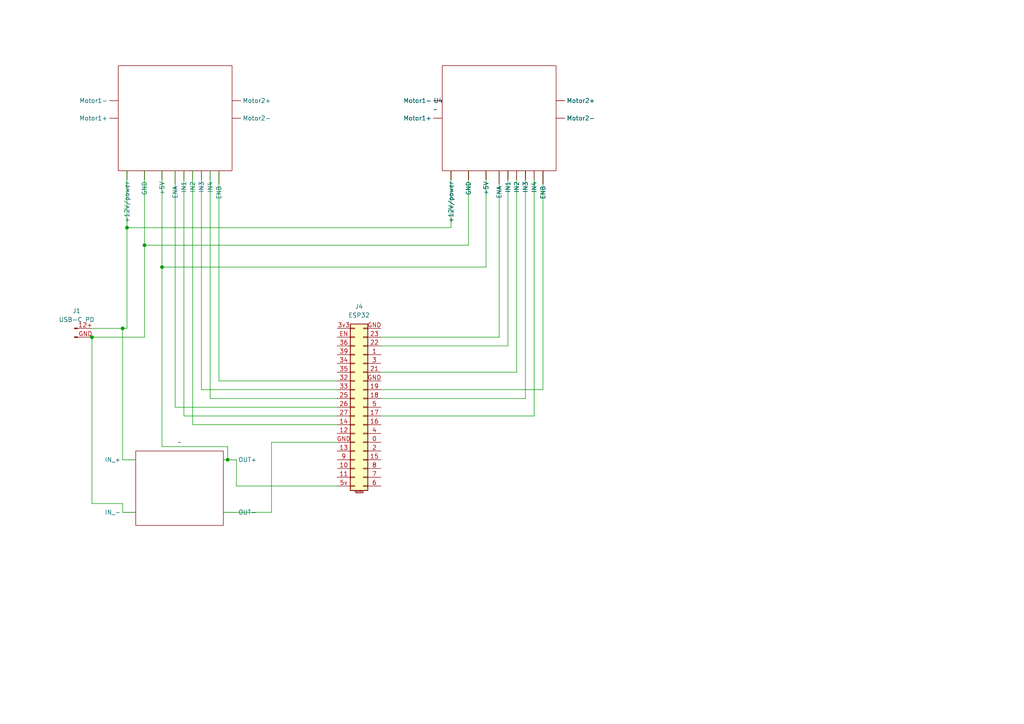
<source format=kicad_sch>
(kicad_sch (version 20250114) (generator "eeschema") (generator_version "9.0")
  (paper "A4")
  (lib_symbols
    (symbol "Connector:Conn_01x02_Pin" (pin_names (offset 1.016) (hide yes))
      (property "Reference" "J1" (at 0.635 5.08 0))
      (property "Value" "USB-C PD" (at 0.635 2.54 0))
      (symbol "Conn_01x02_Pin_1_1"
        (rectangle (start 0.8636 0.127) (end 0 -0.127) (stroke (width 0.1524)) (fill (type outline)))
        (rectangle (start 0.8636 -2.413) (end 0 -2.667) (stroke (width 0.1524)) (fill (type outline)))
        (polyline (pts (xy 1.27 0) (xy 0.8636 0)) (stroke (width 0.1524)))
        (polyline (pts (xy 1.27 -2.54) (xy 0.8636 -2.54)) (stroke (width 0.1524)))
        (pin passive line (at 5.08 0 180) (length 3.81) (name "Pin_1") (number "12+"))
        (pin passive line (at 5.08 -2.54 180) (length 3.81) (name "Pin_2") (number "GND"))
      )
    )
    (symbol "Connector_Generic_MountingPin:Conn_02x19_Top_Bottom_MountingPin" (pin_names (offset 1.016) (hide yes))
      (property "Reference" "J4" (at 1.27 29.21 0))
      (property "Value" "Conn_02x19_Top_Bottom_MountingPin" (at 1.27 26.67 0))
      (symbol "Conn_02x19_Top_Bottom_MountingPin_1_1"
        (rectangle (start -1.27 24.13) (end 3.81 -24.13) (stroke (width 0.254)) (fill (type background)))
        (rectangle (start -1.27 22.987) (end 0 22.733) (stroke (width 0.1524)))
        (rectangle (start -1.27 20.447) (end 0 20.193) (stroke (width 0.1524)))
        (rectangle (start -1.27 17.907) (end 0 17.653) (stroke (width 0.1524)))
        (rectangle (start -1.27 15.367) (end 0 15.113) (stroke (width 0.1524)))
        (rectangle (start -1.27 12.827) (end 0 12.573) (stroke (width 0.1524)))
        (rectangle (start -1.27 10.287) (end 0 10.033) (stroke (width 0.1524)))
        (rectangle (start -1.27 7.747) (end 0 7.493) (stroke (width 0.1524)))
        (rectangle (start -1.27 5.207) (end 0 4.953) (stroke (width 0.1524)))
        (rectangle (start -1.27 2.667) (end 0 2.413) (stroke (width 0.1524)))
        (rectangle (start -1.27 0.127) (end 0 -0.127) (stroke (width 0.1524)))
        (rectangle (start -1.27 -2.413) (end 0 -2.667) (stroke (width 0.1524)))
        (rectangle (start -1.27 -4.953) (end 0 -5.207) (stroke (width 0.1524)))
        (rectangle (start -1.27 -7.493) (end 0 -7.747) (stroke (width 0.1524)))
        (rectangle (start -1.27 -10.033) (end 0 -10.287) (stroke (width 0.1524)))
        (rectangle (start -1.27 -12.573) (end 0 -12.827) (stroke (width 0.1524)))
        (rectangle (start -1.27 -15.113) (end 0 -15.367) (stroke (width 0.1524)))
        (rectangle (start -1.27 -17.653) (end 0 -17.907) (stroke (width 0.1524)))
        (rectangle (start -1.27 -20.193) (end 0 -20.447) (stroke (width 0.1524)))
        (rectangle (start -1.27 -22.733) (end 0 -22.987) (stroke (width 0.1524)))
        (polyline (pts (xy 0.254 -24.892) (xy 2.286 -24.892)) (stroke (width 0.1524)))
        (rectangle (start 3.81 22.987) (end 2.54 22.733) (stroke (width 0.1524)))
        (rectangle (start 3.81 20.447) (end 2.54 20.193) (stroke (width 0.1524)))
        (rectangle (start 3.81 17.907) (end 2.54 17.653) (stroke (width 0.1524)))
        (rectangle (start 3.81 15.367) (end 2.54 15.113) (stroke (width 0.1524)))
        (rectangle (start 3.81 12.827) (end 2.54 12.573) (stroke (width 0.1524)))
        (rectangle (start 3.81 10.287) (end 2.54 10.033) (stroke (width 0.1524)))
        (rectangle (start 3.81 7.747) (end 2.54 7.493) (stroke (width 0.1524)))
        (rectangle (start 3.81 5.207) (end 2.54 4.953) (stroke (width 0.1524)))
        (rectangle (start 3.81 2.667) (end 2.54 2.413) (stroke (width 0.1524)))
        (rectangle (start 3.81 0.127) (end 2.54 -0.127) (stroke (width 0.1524)))
        (rectangle (start 3.81 -2.413) (end 2.54 -2.667) (stroke (width 0.1524)))
        (rectangle (start 3.81 -4.953) (end 2.54 -5.207) (stroke (width 0.1524)))
        (rectangle (start 3.81 -7.493) (end 2.54 -7.747) (stroke (width 0.1524)))
        (rectangle (start 3.81 -10.033) (end 2.54 -10.287) (stroke (width 0.1524)))
        (rectangle (start 3.81 -12.573) (end 2.54 -12.827) (stroke (width 0.1524)))
        (rectangle (start 3.81 -15.113) (end 2.54 -15.367) (stroke (width 0.1524)))
        (rectangle (start 3.81 -17.653) (end 2.54 -17.907) (stroke (width 0.1524)))
        (rectangle (start 3.81 -20.193) (end 2.54 -20.447) (stroke (width 0.1524)))
        (rectangle (start 3.81 -22.733) (end 2.54 -22.987) (stroke (width 0.1524)))
        (text "Mounting" (at 1.27 -24.511 0) (effects (font (size 0.381 0.381))))
        (pin passive line (at -5.08 22.86 0) (length 3.81) (name "Pin_1") (number "3v3"))
        (pin passive line (at -5.08 20.32 0) (length 3.81) (name "Pin_2") (number "EN"))
        (pin passive line (at -5.08 17.78 0) (length 3.81) (name "Pin_3") (number "36"))
        (pin passive line (at -5.08 15.24 0) (length 3.81) (name "Pin_4") (number "39"))
        (pin passive line (at -5.08 12.7 0) (length 3.81) (name "Pin_5") (number "34"))
        (pin passive line (at -5.08 10.16 0) (length 3.81) (name "Pin_6") (number "35"))
        (pin passive line (at -5.08 7.62 0) (length 3.81) (name "Pin_7") (number "32"))
        (pin passive line (at -5.08 5.08 0) (length 3.81) (name "Pin_8") (number "33"))
        (pin passive line (at -5.08 2.54 0) (length 3.81) (name "Pin_9") (number "25"))
        (pin passive line (at -5.08 0 0) (length 3.81) (name "Pin_10") (number "26"))
        (pin passive line (at -5.08 -2.54 0) (length 3.81) (name "Pin_11") (number "27"))
        (pin passive line (at -5.08 -5.08 0) (length 3.81) (name "Pin_12") (number "14"))
        (pin passive line (at -5.08 -7.62 0) (length 3.81) (name "Pin_13") (number "12"))
        (pin passive line (at -5.08 -10.16 0) (length 3.81) (name "Pin_14") (number "GND"))
        (pin passive line (at -5.08 -12.7 0) (length 3.81) (name "Pin_15") (number "13"))
        (pin passive line (at -5.08 -15.24 0) (length 3.81) (name "Pin_16") (number "9"))
        (pin passive line (at -5.08 -17.78 0) (length 3.81) (name "Pin_17") (number "10"))
        (pin passive line (at -5.08 -20.32 0) (length 3.81) (name "Pin_18") (number "11"))
        (pin passive line (at -5.08 -22.86 0) (length 3.81) (name "Pin_19") (number "5v"))
        (pin passive line (at 7.62 22.86 180) (length 3.81) (name "Pin_20") (number "GND"))
        (pin passive line (at 7.62 20.32 180) (length 3.81) (name "Pin_21") (number "23"))
        (pin passive line (at 7.62 17.78 180) (length 3.81) (name "Pin_22") (number "22"))
        (pin passive line (at 7.62 15.24 180) (length 3.81) (name "Pin_23") (number "1"))
        (pin passive line (at 7.62 12.7 180) (length 3.81) (name "Pin_24") (number "3"))
        (pin passive line (at 7.62 10.16 180) (length 3.81) (name "Pin_25") (number "21"))
        (pin passive line (at 7.62 7.62 180) (length 3.81) (name "Pin_26") (number "GND"))
        (pin passive line (at 7.62 5.08 180) (length 3.81) (name "Pin_27") (number "19"))
        (pin passive line (at 7.62 2.54 180) (length 3.81) (name "Pin_28") (number "18"))
        (pin passive line (at 7.62 0 180) (length 3.81) (name "Pin_29") (number "5"))
        (pin passive line (at 7.62 -2.54 180) (length 3.81) (name "Pin_30") (number "17"))
        (pin passive line (at 7.62 -5.08 180) (length 3.81) (name "16") (number "16"))
        (pin passive line (at 7.62 -7.62 180) (length 3.81) (name "Pin_32") (number "4"))
        (pin passive line (at 7.62 -10.16 180) (length 3.81) (name "Pin_33") (number "0"))
        (pin passive line (at 7.62 -12.7 180) (length 3.81) (name "Pin_34") (number "2"))
        (pin passive line (at 7.62 -15.24 180) (length 3.81) (name "15") (number "15"))
        (pin passive line (at 7.62 -17.78 180) (length 3.81) (name "Pin_36") (number "8"))
        (pin passive line (at 7.62 -20.32 180) (length 3.81) (name "Pin_37") (number "7"))
        (pin passive line (at 7.62 -22.86 180) (length 3.81) (name "Pin_38") (number "6"))
      )
    )
    (symbol "L298N_Breakout_1"
      (symbol "L298N_Breakout_1_1_1"
        (rectangle (start -15.24 46.99) (end 17.78 16.51))
        (pin output line (at -15.24 36.83 180) (length 2.54) (name "Motor1-") (number ""))
        (pin output line (at -15.24 31.75 180) (length 2.54) (name "Motor1+") (number ""))
        (pin input line (at -12.7 16.51 270) (length 2.54) (name "+12V/power") (number ""))
        (pin input line (at -7.62 16.51 270) (length 2.54) (name "GND") (number ""))
        (pin input line (at -2.54 16.51 270) (length 2.54) (name "+5V") (number ""))
        (pin input line (at 1.27 16.51 270) (length 3.81) (name "ENA") (number ""))
        (pin input line (at 3.81 16.51 270) (length 2.54) (name "IN1") (number ""))
        (pin input line (at 6.35 16.51 270) (length 2.54) (name "IN2") (number ""))
        (pin input line (at 8.89 16.51 270) (length 2.54) (name "IN3") (number ""))
        (pin input line (at 11.43 16.51 270) (length 2.54) (name "IN4") (number ""))
        (pin input line (at 13.97 16.51 270) (length 3.81) (name "ENB") (number ""))
        (pin output line (at 17.78 36.83 0) (length 2.54) (name "Motor2+") (number ""))
        (pin output line (at 17.78 31.75 0) (length 2.54) (name "Motor2-") (number ""))
      )
    )
    (symbol "OrchidShelf:7-35v_to_5v_Buck_Converter"
      (symbol "7-35v_to_5v_Buck_Converter_0_1"
        (rectangle (start -12.7 10.16) (end 12.7 -11.43))
      )
      (symbol "7-35v_to_5v_Buck_Converter_1_1"
        (pin input line (at -12.7 7.62 180) (length 3.81) (name "IN_+") (number ""))
        (pin input line (at -12.7 -7.62 180) (length 3.81) (name "IN_-") (number ""))
        (pin output line (at 12.7 7.62 0) (length 3.81) (name "OUT+") (number ""))
        (pin output line (at 12.7 -7.62 0) (length 3.81) (name "OUT-") (number ""))
      )
    )
    (symbol "OrchidShelf:ESP32-Headers"
      (property "Reference" "U" (at 0 0 0))
    )
    (symbol "OrchidShelf:L298N_Breakout"
      (symbol "L298N_Breakout_1_1"
        (rectangle (start -15.24 46.99) (end 17.78 16.51))
        (pin output line (at -15.24 36.83 180) (length 2.54) (name "Motor1-") (number ""))
        (pin output line (at -15.24 31.75 180) (length 2.54) (name "Motor1+") (number ""))
        (pin input line (at -12.7 16.51 270) (length 2.54) (name "+12V/power") (number ""))
        (pin input line (at -7.62 16.51 270) (length 2.54) (name "GND") (number ""))
        (pin input line (at -2.54 16.51 270) (length 2.54) (name "+5V") (number ""))
        (pin input line (at 1.27 16.51 270) (length 3.81) (name "ENA") (number ""))
        (pin input line (at 3.81 16.51 270) (length 2.54) (name "IN1") (number ""))
        (pin input line (at 6.35 16.51 270) (length 2.54) (name "IN2") (number ""))
        (pin input line (at 8.89 16.51 270) (length 2.54) (name "IN3") (number ""))
        (pin input line (at 11.43 16.51 270) (length 2.54) (name "IN4") (number ""))
        (pin input line (at 13.97 16.51 270) (length 3.81) (name "ENB") (number ""))
        (pin output line (at 17.78 36.83 0) (length 2.54) (name "Motor2+") (number ""))
        (pin output line (at 17.78 31.75 0) (length 2.54) (name "Motor2-") (number ""))
      )
    )
  )
  (junction (at 35.56 95.25))
  (junction (at 26.67 97.79))
  (junction (at 36.83 66.04))
  (junction (at 66.04 133.35))
  (junction (at 41.91 71.12))
  (junction (at 46.99 77.47))
  (wire (pts (xy 97.79 140.97) (xy 68.58 140.97)))
  (wire (pts (xy 78.74 148.59) (xy 64.77 148.59)))
  (wire (pts (xy 130.81 66.04) (xy 36.83 66.04)))
  (wire (pts (xy 35.56 133.35) (xy 39.37 133.35)))
  (wire (pts (xy 152.4 49.53) (xy 152.4 115.57)))
  (wire (pts (xy 157.48 49.53) (xy 157.48 113.03)))
  (wire (pts (xy 135.89 49.53) (xy 135.89 71.12)))
  (wire (pts (xy 149.86 107.95) (xy 110.49 107.95)))
  (wire (pts (xy 35.56 148.59) (xy 39.37 148.59)))
  (wire (pts (xy 149.86 49.53) (xy 149.86 107.95)))
  (wire (pts (xy 68.58 140.97) (xy 68.58 133.35)))
  (wire (pts (xy 26.67 146.05) (xy 35.56 146.05)))
  (wire (pts (xy 35.56 95.25) (xy 35.56 133.35)))
  (wire (pts (xy 152.4 115.57) (xy 110.49 115.57)))
  (wire (pts (xy 41.91 97.79) (xy 26.67 97.79)))
  (wire (pts (xy 78.74 148.59) (xy 78.74 128.27)))
  (wire (pts (xy 46.99 77.47) (xy 46.99 129.54)))
  (wire (pts (xy 55.88 49.53) (xy 55.88 123.19)))
  (wire (pts (xy 140.97 77.47) (xy 46.99 77.47)))
  (wire (pts (xy 26.67 97.79) (xy 26.67 146.05)))
  (wire (pts (xy 147.32 49.53) (xy 147.32 100.33)))
  (wire (pts (xy 53.34 49.53) (xy 53.34 120.65)))
  (wire (pts (xy 41.91 71.12) (xy 41.91 97.79)))
  (wire (pts (xy 60.96 115.57) (xy 97.79 115.57)))
  (wire (pts (xy 147.32 100.33) (xy 110.49 100.33)))
  (wire (pts (xy 157.48 113.03) (xy 110.49 113.03)))
  (wire (pts (xy 63.5 49.53) (xy 63.5 110.49)))
  (wire (pts (xy 135.89 71.12) (xy 41.91 71.12)))
  (wire (pts (xy 26.67 95.25) (xy 35.56 95.25)))
  (wire (pts (xy 66.04 133.35) (xy 68.58 133.35)))
  (wire (pts (xy 58.42 49.53) (xy 58.42 113.03)))
  (wire (pts (xy 154.94 120.65) (xy 110.49 120.65)))
  (wire (pts (xy 50.8 118.11) (xy 97.79 118.11)))
  (wire (pts (xy 144.78 49.53) (xy 144.78 97.79)))
  (wire (pts (xy 130.81 49.53) (xy 130.81 66.04)))
  (wire (pts (xy 66.04 129.54) (xy 66.04 133.35)))
  (wire (pts (xy 64.77 133.35) (xy 66.04 133.35)))
  (wire (pts (xy 36.83 66.04) (xy 36.83 95.25)))
  (wire (pts (xy 50.8 49.53) (xy 50.8 118.11)))
  (wire (pts (xy 36.83 49.53) (xy 36.83 66.04)))
  (wire (pts (xy 35.56 146.05) (xy 35.56 148.59)))
  (wire (pts (xy 110.49 97.79) (xy 144.78 97.79)))
  (wire (pts (xy 46.99 129.54) (xy 66.04 129.54)))
  (wire (pts (xy 140.97 49.53) (xy 140.97 77.47)))
  (wire (pts (xy 53.34 120.65) (xy 97.79 120.65)))
  (wire (pts (xy 78.74 128.27) (xy 97.79 128.27)))
  (wire (pts (xy 63.5 110.49) (xy 97.79 110.49)))
  (wire (pts (xy 46.99 77.47) (xy 46.99 49.53)))
  (wire (pts (xy 58.42 113.03) (xy 97.79 113.03)))
  (wire (pts (xy 35.56 95.25) (xy 36.83 95.25)))
  (wire (pts (xy 154.94 49.53) (xy 154.94 120.65)))
  (wire (pts (xy 55.88 123.19) (xy 97.79 123.19)))
  (wire (pts (xy 60.96 49.53) (xy 60.96 115.57)))
  (wire (pts (xy 41.91 49.53) (xy 41.91 71.12)))
  (symbol (lib_name "L298N_Breakout_1") (lib_id "OrchidShelf:L298N_Breakout") (at 143.51 66.04 0) (unit 1)
    (property "Reference" "U2" (effects (hide yes)))
    (property "Value" "~" (at 144.78 54.61 0))
  )
  (symbol (lib_id "OrchidShelf:L298N_Breakout") (at 49.53 66.04 0) (unit 1)
    (property "Reference" "U1" (effects (hide yes)))
    (property "Value" "~" (at 50.8 54.61 0))
  )
  (symbol (lib_id "OrchidShelf:ESP32-Headers") (at 124.46 30.48 0) (unit 1)
    (property "Reference" "U4" (at 125.73 29.2099 0) (effects (justify left)))
    (property "Value" "~" (at 125.73 31.7499 0) (effects (justify left)))
  )
  (symbol (lib_id "Connector:Conn_01x02_Pin") (at 21.59 95.25 0) (unit 1)
    (property "Reference" "J1" (at 22.225 90.17 0))
    (property "Value" "USB-C PD" (at 22.225 92.71 0))
    (property "Description" "Generic connector, single row, 01x02, script generated" (effects (hide yes)))
  )
  (symbol (lib_id "Connector_Generic_MountingPin:Conn_02x19_Top_Bottom_MountingPin") (at 102.87 118.11 0) (unit 1)
    (property "Reference" "J4" (at 104.14 88.9 0))
    (property "Value" "ESP32" (at 104.14 91.44 0))
    (property "Description" "Generic connectable mounting pin connector, double row, 02x19, top/bottom pin numbering scheme (row 1: 1...pins_per_row, row2: pins_per_row+1 ... num_pins), script generated (kicad-library-utils/schlib/autogen/connector/)" (effects (hide yes)))
  )
  (symbol (lib_id "OrchidShelf:7-35v_to_5v_Buck_Converter") (at 52.07 140.97 0) (unit 1)
    (property "Reference" "U3" (effects (hide yes)))
    (property "Value" "~" (at 52.07 128.27 0))
  )
)
</source>
